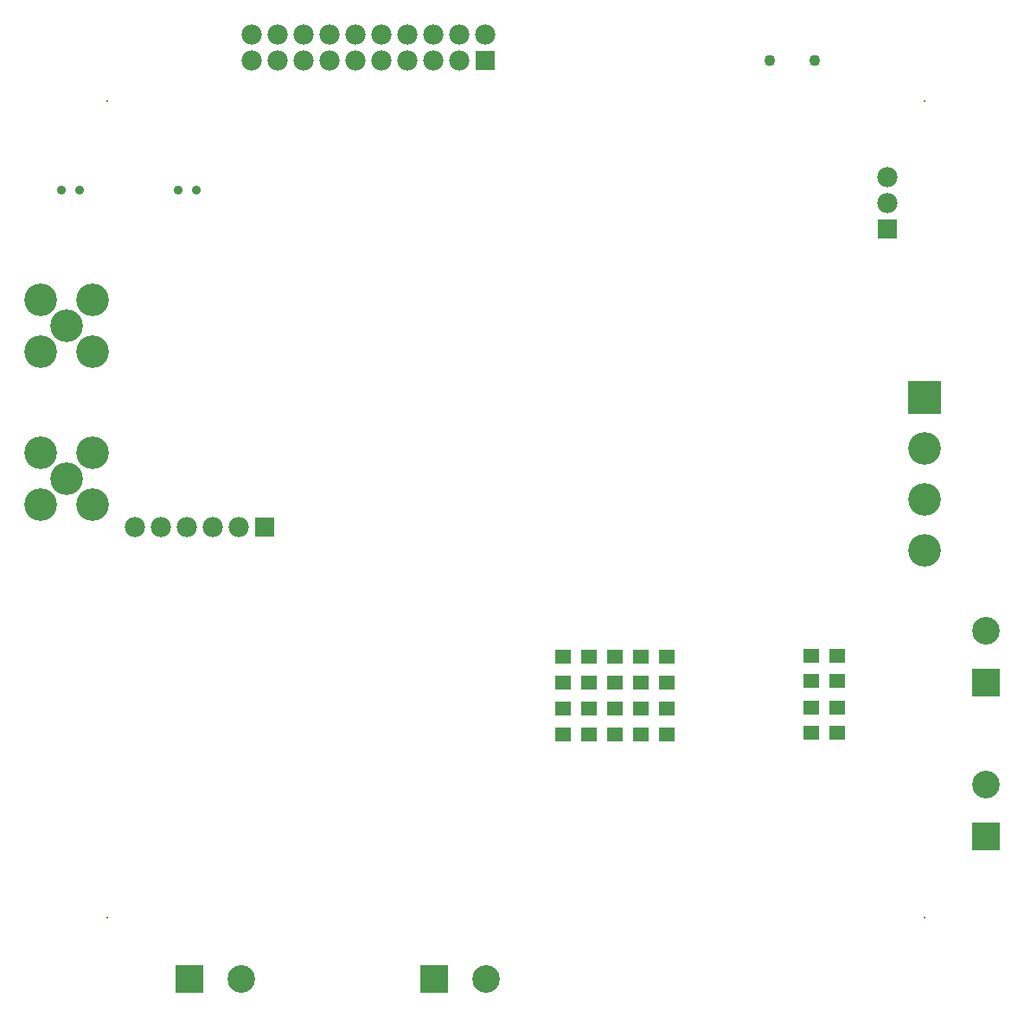
<source format=gbs>
%FSLAX25Y25*%
%MOIN*%
G70*
G01*
G75*
G04 Layer_Color=16711935*
%ADD10R,0.20276X0.12402*%
%ADD11O,0.00984X0.02756*%
%ADD12R,0.00984X0.02756*%
%ADD13R,0.02756X0.00984*%
%ADD14R,0.15197X0.10787*%
%ADD15R,0.01772X0.04134*%
%ADD16O,0.01772X0.04134*%
%ADD17R,0.04000X0.06000*%
%ADD18R,0.06000X0.04000*%
G04:AMPARAMS|DCode=19|XSize=40mil|YSize=60mil|CornerRadius=10mil|HoleSize=0mil|Usage=FLASHONLY|Rotation=0.000|XOffset=0mil|YOffset=0mil|HoleType=Round|Shape=RoundedRectangle|*
%AMROUNDEDRECTD19*
21,1,0.04000,0.04000,0,0,0.0*
21,1,0.02000,0.06000,0,0,0.0*
1,1,0.02000,0.01000,-0.02000*
1,1,0.02000,-0.01000,-0.02000*
1,1,0.02000,-0.01000,0.02000*
1,1,0.02000,0.01000,0.02000*
%
%ADD19ROUNDEDRECTD19*%
%ADD20R,0.01181X0.03543*%
%ADD21R,0.03543X0.01181*%
%ADD22R,0.05512X0.04724*%
%ADD23R,0.12992X0.05512*%
%ADD24R,0.04724X0.05512*%
%ADD25R,0.09449X0.05118*%
G04:AMPARAMS|DCode=26|XSize=35.43mil|YSize=39.37mil|CornerRadius=8.86mil|HoleSize=0mil|Usage=FLASHONLY|Rotation=90.000|XOffset=0mil|YOffset=0mil|HoleType=Round|Shape=RoundedRectangle|*
%AMROUNDEDRECTD26*
21,1,0.03543,0.02165,0,0,90.0*
21,1,0.01772,0.03937,0,0,90.0*
1,1,0.01772,0.01083,0.00886*
1,1,0.01772,0.01083,-0.00886*
1,1,0.01772,-0.01083,-0.00886*
1,1,0.01772,-0.01083,0.00886*
%
%ADD26ROUNDEDRECTD26*%
%ADD27R,0.03937X0.03543*%
%ADD28R,0.02756X0.01654*%
%ADD29R,0.12598X0.08268*%
%ADD30R,0.03543X0.08268*%
%ADD31O,0.02717X0.03898*%
%ADD32R,0.02717X0.03898*%
%ADD33R,0.01181X0.04724*%
%ADD34R,0.04724X0.01181*%
%ADD35O,0.03898X0.02717*%
%ADD36R,0.03898X0.02717*%
%ADD37R,0.05000X0.06299*%
%ADD38R,0.07087X0.05512*%
%ADD39R,0.14567X0.05906*%
%ADD40R,0.08661X0.05512*%
%ADD41R,0.03543X0.05512*%
%ADD42R,0.09843X0.06299*%
%ADD43R,0.14764X0.12992*%
%ADD44R,0.05512X0.08661*%
%ADD45R,0.05512X0.03543*%
%ADD46R,0.06299X0.07500*%
%ADD47R,0.05512X0.03740*%
%ADD48R,0.02953X0.04528*%
%ADD49R,0.01772X0.09055*%
%ADD50R,0.07874X0.09843*%
%ADD51R,0.06299X0.05000*%
%ADD52R,0.04331X0.04331*%
%ADD53R,0.02362X0.01969*%
%ADD54O,0.05512X0.03937*%
%ADD55R,0.05512X0.04724*%
%ADD56C,0.00600*%
%ADD57C,0.01000*%
%ADD58C,0.02000*%
%ADD59C,0.03937*%
%ADD60C,0.07874*%
%ADD61R,0.06693X0.09331*%
%ADD62R,0.09843X0.09843*%
%ADD63C,0.09843*%
%ADD64C,0.11811*%
%ADD65C,0.02756*%
%ADD66C,0.03543*%
%ADD67C,0.07000*%
%ADD68R,0.07000X0.07000*%
%ADD69R,0.07000X0.07000*%
%ADD70R,0.09843X0.09843*%
%ADD71R,0.11811X0.11811*%
%ADD72C,0.02800*%
%ADD73C,0.00787*%
%ADD74C,0.00984*%
%ADD75C,0.01969*%
%ADD76C,0.00500*%
%ADD77R,0.01969X0.01969*%
%ADD78R,0.03937X0.03937*%
%ADD79R,0.01575X0.01575*%
%ADD80R,0.07480X0.10236*%
%ADD81R,0.21076X0.13202*%
%ADD82O,0.01784X0.03556*%
%ADD83R,0.01784X0.03556*%
%ADD84R,0.03556X0.01784*%
%ADD85R,0.15997X0.11587*%
%ADD86R,0.02572X0.04934*%
%ADD87O,0.02572X0.04934*%
%ADD88R,0.04800X0.06800*%
%ADD89R,0.06800X0.04800*%
G04:AMPARAMS|DCode=90|XSize=48mil|YSize=68mil|CornerRadius=14mil|HoleSize=0mil|Usage=FLASHONLY|Rotation=0.000|XOffset=0mil|YOffset=0mil|HoleType=Round|Shape=RoundedRectangle|*
%AMROUNDEDRECTD90*
21,1,0.04800,0.04000,0,0,0.0*
21,1,0.02000,0.06800,0,0,0.0*
1,1,0.02800,0.01000,-0.02000*
1,1,0.02800,-0.01000,-0.02000*
1,1,0.02800,-0.01000,0.02000*
1,1,0.02800,0.01000,0.02000*
%
%ADD90ROUNDEDRECTD90*%
%ADD91R,0.01981X0.04343*%
%ADD92R,0.04343X0.01981*%
%ADD93R,0.06312X0.05524*%
%ADD94R,0.13792X0.06312*%
%ADD95R,0.05524X0.06312*%
%ADD96R,0.10249X0.05918*%
G04:AMPARAMS|DCode=97|XSize=43.43mil|YSize=47.37mil|CornerRadius=12.86mil|HoleSize=0mil|Usage=FLASHONLY|Rotation=90.000|XOffset=0mil|YOffset=0mil|HoleType=Round|Shape=RoundedRectangle|*
%AMROUNDEDRECTD97*
21,1,0.04343,0.02165,0,0,90.0*
21,1,0.01772,0.04737,0,0,90.0*
1,1,0.02572,0.01083,0.00886*
1,1,0.02572,0.01083,-0.00886*
1,1,0.02572,-0.01083,-0.00886*
1,1,0.02572,-0.01083,0.00886*
%
%ADD97ROUNDEDRECTD97*%
%ADD98R,0.04737X0.04343*%
%ADD99R,0.03556X0.02454*%
%ADD100R,0.13398X0.09068*%
%ADD101R,0.04343X0.09068*%
%ADD102O,0.03517X0.04698*%
%ADD103R,0.03517X0.04698*%
%ADD104R,0.01981X0.05524*%
%ADD105R,0.05524X0.01981*%
%ADD106O,0.04698X0.03517*%
%ADD107R,0.04698X0.03517*%
%ADD108R,0.05800X0.07099*%
%ADD109R,0.07887X0.06312*%
%ADD110R,0.15367X0.06706*%
%ADD111R,0.09461X0.06312*%
%ADD112R,0.04343X0.06312*%
%ADD113R,0.10642X0.07099*%
%ADD114R,0.15564X0.13792*%
%ADD115R,0.06312X0.09461*%
%ADD116R,0.06312X0.04343*%
%ADD117R,0.07099X0.08300*%
%ADD118R,0.06312X0.04540*%
%ADD119R,0.03753X0.05328*%
%ADD120R,0.02572X0.09855*%
%ADD121R,0.08674X0.10642*%
%ADD122R,0.07099X0.05800*%
%ADD123R,0.05131X0.05131*%
%ADD124R,0.03162X0.02769*%
%ADD125O,0.06312X0.04737*%
%ADD126R,0.06312X0.05524*%
%ADD127C,0.00800*%
%ADD128R,0.10642X0.10642*%
%ADD129C,0.10642*%
%ADD130C,0.12611*%
%ADD131C,0.03556*%
%ADD132C,0.04343*%
%ADD133C,0.07800*%
%ADD134R,0.07800X0.07800*%
%ADD135R,0.07800X0.07800*%
%ADD136R,0.10642X0.10642*%
%ADD137R,0.12611X0.12611*%
D93*
X255000Y140000D02*
D03*
Y130157D02*
D03*
X245000Y140000D02*
D03*
Y130157D02*
D03*
X235000Y140000D02*
D03*
Y130157D02*
D03*
X225000Y140000D02*
D03*
Y130157D02*
D03*
X215000Y140000D02*
D03*
Y130157D02*
D03*
Y120000D02*
D03*
Y110158D02*
D03*
X225000Y120000D02*
D03*
Y110158D02*
D03*
X235000Y120000D02*
D03*
Y110158D02*
D03*
X245000Y120000D02*
D03*
Y110158D02*
D03*
X255000Y120000D02*
D03*
Y110158D02*
D03*
X310500Y140500D02*
D03*
Y130657D02*
D03*
X320500Y140500D02*
D03*
Y130657D02*
D03*
Y120500D02*
D03*
Y110658D02*
D03*
X310500Y120500D02*
D03*
Y110658D02*
D03*
D127*
X39370Y39370D02*
D03*
Y354331D02*
D03*
X354331D02*
D03*
Y39370D02*
D03*
D128*
X70866Y15748D02*
D03*
X165354D02*
D03*
D129*
X90866D02*
D03*
X185354D02*
D03*
X377953Y149941D02*
D03*
Y90886D02*
D03*
D130*
X13583Y218701D02*
D03*
Y198622D02*
D03*
X33661D02*
D03*
X23622Y208661D02*
D03*
X33661Y218701D02*
D03*
X13583Y277756D02*
D03*
Y257677D02*
D03*
X33661D02*
D03*
X23622Y267717D02*
D03*
X33661Y277756D02*
D03*
X354331Y220492D02*
D03*
Y200807D02*
D03*
Y181122D02*
D03*
D131*
X28543Y320000D02*
D03*
X21457D02*
D03*
X73543D02*
D03*
X66457D02*
D03*
D132*
X294488Y370079D02*
D03*
X311811D02*
D03*
D133*
X340000Y325000D02*
D03*
Y315000D02*
D03*
X60000Y190000D02*
D03*
X80000D02*
D03*
X50000D02*
D03*
X70000D02*
D03*
X90000D02*
D03*
X185039Y380079D02*
D03*
X175039D02*
D03*
X165039D02*
D03*
X155039D02*
D03*
X145039D02*
D03*
X135039D02*
D03*
X125039D02*
D03*
X115039D02*
D03*
X175039Y370079D02*
D03*
X165039D02*
D03*
X155039D02*
D03*
X145039D02*
D03*
X135039D02*
D03*
X125039D02*
D03*
X115039D02*
D03*
X95039D02*
D03*
X105039D02*
D03*
X95039Y380079D02*
D03*
X105039D02*
D03*
D134*
X340000Y305000D02*
D03*
D135*
X100000Y190000D02*
D03*
X185039Y370079D02*
D03*
D136*
X377953Y129941D02*
D03*
Y70886D02*
D03*
D137*
X354331Y240177D02*
D03*
M02*

</source>
